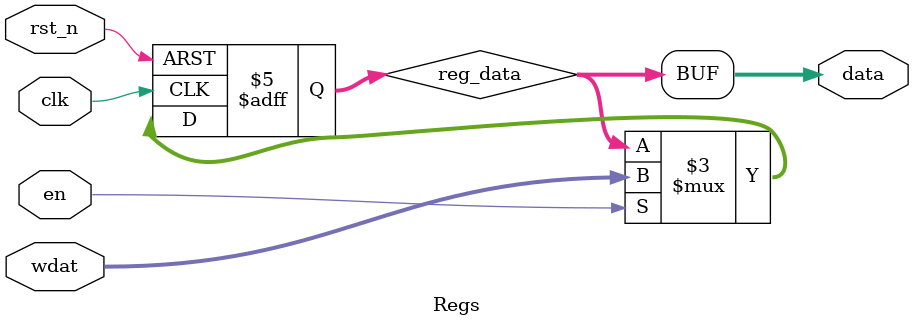
<source format=sv>
module Regs(
	input logic [31:0] wdat,
	input logic en,
	input logic clk,
	input logic rst_n,
	output logic [31:0] data
	);
	logic [31:0] reg_data;
	always_ff@(posedge clk or negedge rst_n) begin
		if(~rst_n) begin
			reg_data <= 0;
		end else if(en) begin
			reg_data <= wdat;
		end
	end
	assign data = reg_data;
endmodule
</source>
